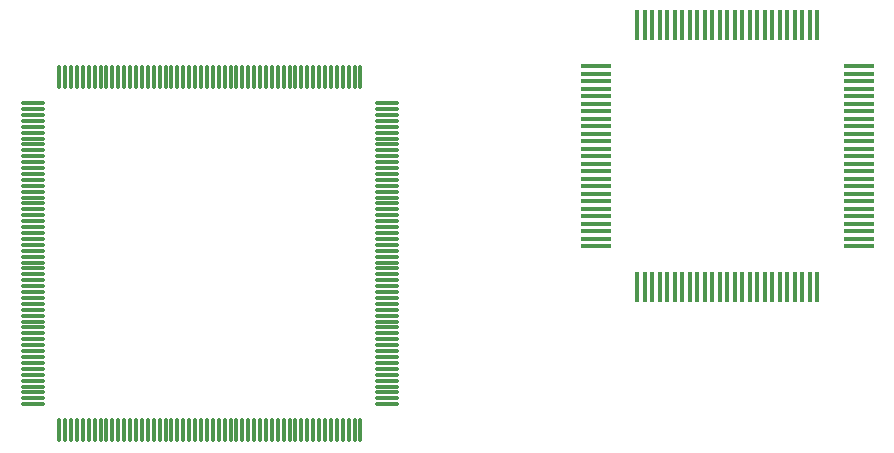
<source format=gbr>
%TF.GenerationSoftware,KiCad,Pcbnew,(6.0.2)*%
%TF.CreationDate,2026-01-28T13:48:29-08:00*%
%TF.ProjectId,AT386SX,41543338-3653-4582-9e6b-696361645f70,2.1*%
%TF.SameCoordinates,Original*%
%TF.FileFunction,Paste,Top*%
%TF.FilePolarity,Positive*%
%FSLAX46Y46*%
G04 Gerber Fmt 4.6, Leading zero omitted, Abs format (unit mm)*
G04 Created by KiCad (PCBNEW (6.0.2)) date 2026-01-28 13:48:29*
%MOMM*%
%LPD*%
G01*
G04 APERTURE LIST*
G04 Aperture macros list*
%AMRoundRect*
0 Rectangle with rounded corners*
0 $1 Rounding radius*
0 $2 $3 $4 $5 $6 $7 $8 $9 X,Y pos of 4 corners*
0 Add a 4 corners polygon primitive as box body*
4,1,4,$2,$3,$4,$5,$6,$7,$8,$9,$2,$3,0*
0 Add four circle primitives for the rounded corners*
1,1,$1+$1,$2,$3*
1,1,$1+$1,$4,$5*
1,1,$1+$1,$6,$7*
1,1,$1+$1,$8,$9*
0 Add four rect primitives between the rounded corners*
20,1,$1+$1,$2,$3,$4,$5,0*
20,1,$1+$1,$4,$5,$6,$7,0*
20,1,$1+$1,$6,$7,$8,$9,0*
20,1,$1+$1,$8,$9,$2,$3,0*%
G04 Aperture macros list end*
%ADD10R,2.500000X0.380000*%
%ADD11R,0.380000X2.500000*%
%ADD12RoundRect,0.075000X0.925000X0.075000X-0.925000X0.075000X-0.925000X-0.075000X0.925000X-0.075000X0*%
%ADD13RoundRect,0.075000X0.075000X0.925000X-0.075000X0.925000X-0.075000X-0.925000X0.075000X-0.925000X0*%
G04 APERTURE END LIST*
D10*
%TO.C,U1*%
X169862500Y-93980000D03*
X169862500Y-93345000D03*
X169862500Y-92710000D03*
X169862500Y-92075000D03*
X169862500Y-91440000D03*
X169862500Y-90805000D03*
X169862500Y-90170000D03*
X169862500Y-89535000D03*
X169862500Y-88900000D03*
X169862500Y-88265000D03*
X169862500Y-87630000D03*
X169862500Y-86995000D03*
X169862500Y-86360000D03*
X169862500Y-85725000D03*
X169862500Y-85090000D03*
X169862500Y-84455000D03*
X169862500Y-83820000D03*
X169862500Y-83185000D03*
X169862500Y-82550000D03*
X169862500Y-81915000D03*
X169862500Y-81280000D03*
X169862500Y-80645000D03*
X169862500Y-80010000D03*
X169862500Y-79375000D03*
X169862500Y-78740000D03*
D11*
X166370000Y-75247500D03*
X165735000Y-75247500D03*
X165100000Y-75247500D03*
X164465000Y-75247500D03*
X163830000Y-75247500D03*
X163195000Y-75247500D03*
X162560000Y-75247500D03*
X161925000Y-75247500D03*
X161290000Y-75247500D03*
X160655000Y-75247500D03*
X160020000Y-75247500D03*
X159385000Y-75247500D03*
X158750000Y-75247500D03*
X158115000Y-75247500D03*
X157480000Y-75247500D03*
X156845000Y-75247500D03*
X156210000Y-75247500D03*
X155575000Y-75247500D03*
X154940000Y-75247500D03*
X154305000Y-75247500D03*
X153670000Y-75247500D03*
X153035000Y-75247500D03*
X152400000Y-75247500D03*
X151765000Y-75247500D03*
X151130000Y-75247500D03*
D10*
X147637500Y-78740000D03*
X147637500Y-79375000D03*
X147637500Y-80010000D03*
X147637500Y-80645000D03*
X147637500Y-81280000D03*
X147637500Y-81915000D03*
X147637500Y-82550000D03*
X147637500Y-83185000D03*
X147637500Y-83820000D03*
X147637500Y-84455000D03*
X147637500Y-85090000D03*
X147637500Y-85725000D03*
X147637500Y-86360000D03*
X147637500Y-86995000D03*
X147637500Y-87630000D03*
X147637500Y-88265000D03*
X147637500Y-88900000D03*
X147637500Y-89535000D03*
X147637500Y-90170000D03*
X147637500Y-90805000D03*
X147637500Y-91440000D03*
X147637500Y-92075000D03*
X147637500Y-92710000D03*
X147637500Y-93345000D03*
X147637500Y-93980000D03*
D11*
X151130000Y-97472500D03*
X151765000Y-97472500D03*
X152400000Y-97472500D03*
X153035000Y-97472500D03*
X153670000Y-97472500D03*
X154305000Y-97472500D03*
X154940000Y-97472500D03*
X155575000Y-97472500D03*
X156210000Y-97472500D03*
X156845000Y-97472500D03*
X157480000Y-97472500D03*
X158115000Y-97472500D03*
X158750000Y-97472500D03*
X159385000Y-97472500D03*
X160020000Y-97472500D03*
X160655000Y-97472500D03*
X161290000Y-97472500D03*
X161925000Y-97472500D03*
X162560000Y-97472500D03*
X163195000Y-97472500D03*
X163830000Y-97472500D03*
X164465000Y-97472500D03*
X165100000Y-97472500D03*
X165735000Y-97472500D03*
X166370000Y-97472500D03*
%TD*%
D12*
%TO.C,U3*%
X129897500Y-107365000D03*
X129897500Y-106865000D03*
X129897500Y-106365000D03*
X129897500Y-105865000D03*
X129897500Y-105365000D03*
X129897500Y-104865000D03*
X129897500Y-104365000D03*
X129897500Y-103865000D03*
X129897500Y-103365000D03*
X129897500Y-102865000D03*
X129897500Y-102365000D03*
X129897500Y-101865000D03*
X129897500Y-101365000D03*
X129897500Y-100865000D03*
X129897500Y-100365000D03*
X129897500Y-99865000D03*
X129897500Y-99365000D03*
X129897500Y-98865000D03*
X129897500Y-98365000D03*
X129897500Y-97865000D03*
X129897500Y-97365000D03*
X129897500Y-96865000D03*
X129897500Y-96365000D03*
X129897500Y-95865000D03*
X129897500Y-95365000D03*
X129897500Y-94865000D03*
X129897500Y-94365000D03*
X129897500Y-93865000D03*
X129897500Y-93365000D03*
X129897500Y-92865000D03*
X129897500Y-92365000D03*
X129897500Y-91865000D03*
X129897500Y-91365000D03*
X129897500Y-90865000D03*
X129897500Y-90365000D03*
X129897500Y-89865000D03*
X129897500Y-89365000D03*
X129897500Y-88865000D03*
X129897500Y-88365000D03*
X129897500Y-87865000D03*
X129897500Y-87365000D03*
X129897500Y-86865000D03*
X129897500Y-86365000D03*
X129897500Y-85865000D03*
X129897500Y-85365000D03*
X129897500Y-84865000D03*
X129897500Y-84365000D03*
X129897500Y-83865000D03*
X129897500Y-83365000D03*
X129897500Y-82865000D03*
X129897500Y-82365000D03*
X129897500Y-81865000D03*
D13*
X127685000Y-79652500D03*
X127185000Y-79652500D03*
X126685000Y-79652500D03*
X126185000Y-79652500D03*
X125685000Y-79652500D03*
X125185000Y-79652500D03*
X124685000Y-79652500D03*
X124185000Y-79652500D03*
X123685000Y-79652500D03*
X123185000Y-79652500D03*
X122685000Y-79652500D03*
X122185000Y-79652500D03*
X121685000Y-79652500D03*
X121185000Y-79652500D03*
X120685000Y-79652500D03*
X120185000Y-79652500D03*
X119685000Y-79652500D03*
X119185000Y-79652500D03*
X118685000Y-79652500D03*
X118185000Y-79652500D03*
X117685000Y-79652500D03*
X117185000Y-79652500D03*
X116685000Y-79652500D03*
X116185000Y-79652500D03*
X115685000Y-79652500D03*
X115185000Y-79652500D03*
X114685000Y-79652500D03*
X114185000Y-79652500D03*
X113685000Y-79652500D03*
X113185000Y-79652500D03*
X112685000Y-79652500D03*
X112185000Y-79652500D03*
X111685000Y-79652500D03*
X111185000Y-79652500D03*
X110685000Y-79652500D03*
X110185000Y-79652500D03*
X109685000Y-79652500D03*
X109185000Y-79652500D03*
X108685000Y-79652500D03*
X108185000Y-79652500D03*
X107685000Y-79652500D03*
X107185000Y-79652500D03*
X106685000Y-79652500D03*
X106185000Y-79652500D03*
X105685000Y-79652500D03*
X105185000Y-79652500D03*
X104685000Y-79652500D03*
X104185000Y-79652500D03*
X103685000Y-79652500D03*
X103185000Y-79652500D03*
X102685000Y-79652500D03*
X102185000Y-79652500D03*
D12*
X99972500Y-81865000D03*
X99972500Y-82365000D03*
X99972500Y-82865000D03*
X99972500Y-83365000D03*
X99972500Y-83865000D03*
X99972500Y-84365000D03*
X99972500Y-84865000D03*
X99972500Y-85365000D03*
X99972500Y-85865000D03*
X99972500Y-86365000D03*
X99972500Y-86865000D03*
X99972500Y-87365000D03*
X99972500Y-87865000D03*
X99972500Y-88365000D03*
X99972500Y-88865000D03*
X99972500Y-89365000D03*
X99972500Y-89865000D03*
X99972500Y-90365000D03*
X99972500Y-90865000D03*
X99972500Y-91365000D03*
X99972500Y-91865000D03*
X99972500Y-92365000D03*
X99972500Y-92865000D03*
X99972500Y-93365000D03*
X99972500Y-93865000D03*
X99972500Y-94365000D03*
X99972500Y-94865000D03*
X99972500Y-95365000D03*
X99972500Y-95865000D03*
X99972500Y-96365000D03*
X99972500Y-96865000D03*
X99972500Y-97365000D03*
X99972500Y-97865000D03*
X99972500Y-98365000D03*
X99972500Y-98865000D03*
X99972500Y-99365000D03*
X99972500Y-99865000D03*
X99972500Y-100365000D03*
X99972500Y-100865000D03*
X99972500Y-101365000D03*
X99972500Y-101865000D03*
X99972500Y-102365000D03*
X99972500Y-102865000D03*
X99972500Y-103365000D03*
X99972500Y-103865000D03*
X99972500Y-104365000D03*
X99972500Y-104865000D03*
X99972500Y-105365000D03*
X99972500Y-105865000D03*
X99972500Y-106365000D03*
X99972500Y-106865000D03*
X99972500Y-107365000D03*
D13*
X102185000Y-109577500D03*
X102685000Y-109577500D03*
X103185000Y-109577500D03*
X103685000Y-109577500D03*
X104185000Y-109577500D03*
X104685000Y-109577500D03*
X105185000Y-109577500D03*
X105685000Y-109577500D03*
X106185000Y-109577500D03*
X106685000Y-109577500D03*
X107185000Y-109577500D03*
X107685000Y-109577500D03*
X108185000Y-109577500D03*
X108685000Y-109577500D03*
X109185000Y-109577500D03*
X109685000Y-109577500D03*
X110185000Y-109577500D03*
X110685000Y-109577500D03*
X111185000Y-109577500D03*
X111685000Y-109577500D03*
X112185000Y-109577500D03*
X112685000Y-109577500D03*
X113185000Y-109577500D03*
X113685000Y-109577500D03*
X114185000Y-109577500D03*
X114685000Y-109577500D03*
X115185000Y-109577500D03*
X115685000Y-109577500D03*
X116185000Y-109577500D03*
X116685000Y-109577500D03*
X117185000Y-109577500D03*
X117685000Y-109577500D03*
X118185000Y-109577500D03*
X118685000Y-109577500D03*
X119185000Y-109577500D03*
X119685000Y-109577500D03*
X120185000Y-109577500D03*
X120685000Y-109577500D03*
X121185000Y-109577500D03*
X121685000Y-109577500D03*
X122185000Y-109577500D03*
X122685000Y-109577500D03*
X123185000Y-109577500D03*
X123685000Y-109577500D03*
X124185000Y-109577500D03*
X124685000Y-109577500D03*
X125185000Y-109577500D03*
X125685000Y-109577500D03*
X126185000Y-109577500D03*
X126685000Y-109577500D03*
X127185000Y-109577500D03*
X127685000Y-109577500D03*
%TD*%
M02*

</source>
